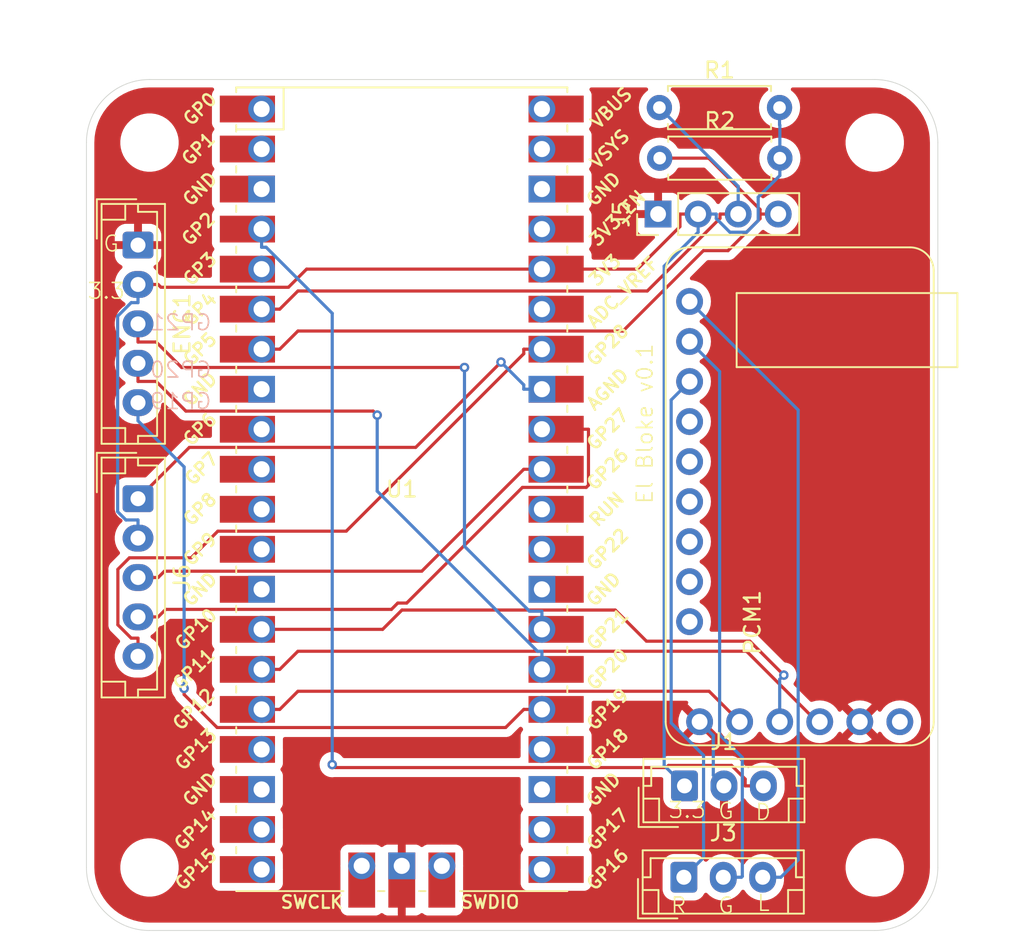
<source format=kicad_pcb>
(kicad_pcb (version 20240108) (generator "pcbnew") (generator_version "8.0")
  (layers (0 "F.Cu" signal) (31 "B.Cu" signal) (34 "B.Paste" user) (35 "F.Paste" user) (36 "B.SilkS" user "B.Silkscreen") (37 "F.SilkS" user "F.Silkscreen") (38 "B.Mask" user) (39 "F.Mask" user) (44 "Edge.Cuts" user))
  (net 0 "")
  (net 1 "+3.3V")
  (net 2 "GNDA")
  (net 3 "A2")
  (net 4 "A0")
  (net 5 "A1")
  (net 8 "PIXEL_PIN")
  (net 9 "OUT_L")
  (net 13 "OUT_GND")
  (net 14 "OUT_R")
  (net 20 "GND")
  (net 21 "TRILL_SCL")
  (net 24 "TRILL_SDA")
  (net 30 "ROT1L")
  (net 31 "ROT2L")
  (net 33 "ROT2R")
  (net 34 "ROT1R")
  (net 35 "ROT2SW")
  (net 36 "ROT1SW")
  (net 39 "PCM_LCK")
  (net 40 "+5V")
  (net 41 "PCM_BCK")
  (net 42 "PCM_DIN")
  (footprint "clumsyMIDI:GY-PCM5102" (layer "F.Cu") (at 145.2404 76.449 90)
    (property "Reference" "PCM1" (at -8 -3 90) (layer "F.SilkS"))
    (property "Value" "GY-PCM5102")
    (fp_line (start 14.3 -8.5) (end -14.3 -8.5) (stroke (width 0.12)) (layer "F.SilkS"))
    (fp_line (start -15.8 -7) (end -15.8 7) (stroke (width 0.12)) (layer "F.SilkS"))
    (fp_line (start 12.9 -4) (end 12.9 10) (stroke (width 0.12)) (layer "F.SilkS"))
    (fp_line (start 8.2 -4) (end 12.9 -4) (stroke (width 0.12)) (layer "F.SilkS"))
    (fp_line (start 15.8 7) (end 15.8 -7) (stroke (width 0.12)) (layer "F.SilkS"))
    (fp_line (start -14.3 8.5) (end 14.3 8.5) (stroke (width 0.12)) (layer "F.SilkS"))
    (fp_line (start 12.9 10) (end 8.2 10) (stroke (width 0.12)) (layer "F.SilkS"))
    (fp_line (start 8.2 10) (end 8.2 -4) (stroke (width 0.12)) (layer "F.SilkS"))
    (fp_arc (start 14.3 -8.5) (mid 15.36066 -8.06066) (end 15.8 -7) (stroke (width 0.12)) (layer "F.SilkS"))
    (fp_arc (start -15.8 -7) (mid -15.36066 -8.06066) (end -14.3 -8.5) (stroke (width 0.12)) (layer "F.SilkS"))
    (fp_arc (start 15.8 7) (mid 15.36066 8.06066) (end 14.3 8.5) (stroke (width 0.12)) (layer "F.SilkS"))
    (fp_arc (start -14.3 8.5) (mid -15.36066 8.06066) (end -15.8 7) (stroke (width 0.12)) (layer "F.SilkS"))
    (pad "1" thru_hole circle (at -14.305 -6.35 90) (size 1.7 1.7) (drill 1) (layers "*.Cu" "*.Mask") (net 20 "GND"))
    (pad "2" thru_hole circle (at -14.305 -3.81 90) (size 1.7 1.7) (drill 1) (layers "*.Cu" "*.Mask") (net 41 "PCM_BCK"))
    (pad "3" thru_hole circle (at -14.305 -1.27 90) (size 1.7 1.7) (drill 1) (layers "*.Cu" "*.Mask") (net 42 "PCM_DIN"))
    (pad "4" thru_hole circle (at -14.305 1.27 90) (size 1.7 1.7) (drill 1) (layers "*.Cu" "*.Mask") (net 39 "PCM_LCK"))
    (pad "5" thru_hole circle (at -14.305 3.81 90) (size 1.7 1.7) (drill 1) (layers "*.Cu" "*.Mask") (net 20 "GND"))
    (pad "6" thru_hole circle (at -14.305 6.35 90) (size 1.7 1.7) (drill 1) (layers "*.Cu" "*.Mask") (net 40 "+5V"))
    (pad "7" thru_hole circle (at 12.365 -6.985 90) (size 1.7 1.7) (drill 1) (layers "*.Cu" "*.Mask") (net 9 "OUT_L"))
    (pad "8" thru_hole circle (at 9.825 -6.985 90) (size 1.7 1.7) (drill 1) (layers "*.Cu" "*.Mask") (net 13 "OUT_GND"))
    (pad "9" thru_hole circle (at 7.285 -6.985 90) (size 1.7 1.7) (drill 1) (layers "*.Cu" "*.Mask") (net 14 "OUT_R"))
    (pad "10" thru_hole circle (at 4.745 -6.985 90) (size 1.7 1.7) (drill 1) (layers "*.Cu" "*.Mask"))
    (pad "11" thru_hole circle (at 2.205 -6.985 90) (size 1.7 1.7) (drill 1) (layers "*.Cu" "*.Mask"))
    (pad "12" thru_hole circle (at -0.335 -6.985 90) (size 1.7 1.7) (drill 1) (layers "*.Cu" "*.Mask"))
    (pad "13" thru_hole circle (at -2.875 -6.985 90) (size 1.7 1.7) (drill 1) (layers "*.Cu" "*.Mask"))
    (pad "14" thru_hole circle (at -5.415 -6.985 90) (size 1.7 1.7) (drill 1) (layers "*.Cu" "*.Mask"))
    (pad "15" thru_hole circle (at -7.955 -6.985 90) (size 1.7 1.7) (drill 1) (layers "*.Cu" "*.Mask"))
  )
  (footprint "Connector_JST:JST_EH_B3B-EH-A_1x03_P2.50mm_Vertical" (layer "F.Cu") (at 137.9327 94.8221)
    (property "Reference" "J1" (at 2.5 -2.8 0) (layer "F.SilkS"))
    (property "Value" "PINHD_1x3_Male")
    (fp_line (start -2.91 0.11) (end -2.91 2.61) (stroke (width 0.12)) (layer "F.SilkS"))
    (fp_line (start -2.91 2.61) (end -0.41 2.61) (stroke (width 0.12)) (layer "F.SilkS"))
    (fp_line (start -2.61 -1.71) (end -2.61 2.31) (stroke (width 0.12)) (layer "F.SilkS"))
    (fp_line (start -2.61 0) (end -2.11 0) (stroke (width 0.12)) (layer "F.SilkS"))
    (fp_line (start -2.61 0.81) (end -1.61 0.81) (stroke (width 0.12)) (layer "F.SilkS"))
    (fp_line (start -2.61 2.31) (end 7.61 2.31) (stroke (width 0.12)) (layer "F.SilkS"))
    (fp_line (start -2.11 -1.21) (end 7.11 -1.21) (stroke (width 0.12)) (layer "F.SilkS"))
    (fp_line (start -2.11 0) (end -2.11 -1.21) (stroke (width 0.12)) (layer "F.SilkS"))
    (fp_line (start -1.61 0.81) (end -1.61 2.31) (stroke (width 0.12)) (layer "F.SilkS"))
    (fp_line (start 6.61 0.81) (end 6.61 2.31) (stroke (width 0.12)) (layer "F.SilkS"))
    (fp_line (start 7.11 -1.21) (end 7.11 0) (stroke (width 0.12)) (layer "F.SilkS"))
    (fp_line (start 7.11 0) (end 7.61 0) (stroke (width 0.12)) (layer "F.SilkS"))
    (fp_line (start 7.61 -1.71) (end -2.61 -1.71) (stroke (width 0.12)) (layer "F.SilkS"))
    (fp_line (start 7.61 0.81) (end 6.61 0.81) (stroke (width 0.12)) (layer "F.SilkS"))
    (fp_line (start 7.61 2.31) (end 7.61 -1.71) (stroke (width 0.12)) (layer "F.SilkS"))
    (pad "1" thru_hole roundrect (at 0 0) (size 1.7 1.95) (drill 0.95) (layers "*.Cu" "*.Mask") (roundrect_rratio 0.147059) (net 1 "+3.3V"))
    (pad "2" thru_hole oval (at 2.5 0) (size 1.7 1.95) (drill 0.95) (layers "*.Cu" "*.Mask") (net 20 "GND"))
    (pad "3" thru_hole oval (at 5 0) (size 1.7 1.95) (drill 0.95) (layers "*.Cu" "*.Mask") (net 8 "PIXEL_PIN"))
  )
  (footprint "Connector_PinHeader_2.54mm:PinHeader_1x04_P2.54mm_Vertical" (layer "F.Cu") (at 136.2578 58.5361 90)
    (property "Reference" "J5" (at 0 -2.33 90) (layer "F.SilkS"))
    (property "Value" "PINHD_1x4_Male")
    (fp_line (start -1.33 -1.33) (end 0 -1.33) (stroke (width 0.12)) (layer "F.SilkS"))
    (fp_line (start -1.33 0) (end -1.33 -1.33) (stroke (width 0.12)) (layer "F.SilkS"))
    (fp_line (start 1.33 1.27) (end 1.33 8.95) (stroke (width 0.12)) (layer "F.SilkS"))
    (fp_line (start -1.33 1.27) (end 1.33 1.27) (stroke (width 0.12)) (layer "F.SilkS"))
    (fp_line (start -1.33 1.27) (end -1.33 8.95) (stroke (width 0.12)) (layer "F.SilkS"))
    (fp_line (start -1.33 8.95) (end 1.33 8.95) (stroke (width 0.12)) (layer "F.SilkS"))
    (pad "1" thru_hole rect (at 0 0 90) (size 1.7 1.7) (drill 1) (layers "*.Cu" "*.Mask") (net 20 "GND"))
    (pad "2" thru_hole oval (at 0 2.54 90) (size 1.7 1.7) (drill 1) (layers "*.Cu" "*.Mask") (net 1 "+3.3V"))
    (pad "3" thru_hole oval (at 0 5.08 90) (size 1.7 1.7) (drill 1) (layers "*.Cu" "*.Mask") (net 24 "TRILL_SDA"))
    (pad "4" thru_hole oval (at 0 7.62 90) (size 1.7 1.7) (drill 1) (layers "*.Cu" "*.Mask") (net 21 "TRILL_SCL"))
  )
  (footprint "Connector_JST:JST_EH_B3B-EH-A_1x03_P2.50mm_Vertical" (layer "F.Cu") (at 137.8922 100.6212)
    (property "Reference" "J3" (at 2.5 -2.8 0) (layer "F.SilkS"))
    (property "Value" "PINHD_1x3_Male")
    (fp_line (start -2.91 0.11) (end -2.91 2.61) (stroke (width 0.12)) (layer "F.SilkS"))
    (fp_line (start -2.91 2.61) (end -0.41 2.61) (stroke (width 0.12)) (layer "F.SilkS"))
    (fp_line (start -2.61 -1.71) (end -2.61 2.31) (stroke (width 0.12)) (layer "F.SilkS"))
    (fp_line (start -2.61 0) (end -2.11 0) (stroke (width 0.12)) (layer "F.SilkS"))
    (fp_line (start -2.61 0.81) (end -1.61 0.81) (stroke (width 0.12)) (layer "F.SilkS"))
    (fp_line (start -2.61 2.31) (end 7.61 2.31) (stroke (width 0.12)) (layer "F.SilkS"))
    (fp_line (start -2.11 -1.21) (end 7.11 -1.21) (stroke (width 0.12)) (layer "F.SilkS"))
    (fp_line (start -2.11 0) (end -2.11 -1.21) (stroke (width 0.12)) (layer "F.SilkS"))
    (fp_line (start -1.61 0.81) (end -1.61 2.31) (stroke (width 0.12)) (layer "F.SilkS"))
    (fp_line (start 6.61 0.81) (end 6.61 2.31) (stroke (width 0.12)) (layer "F.SilkS"))
    (fp_line (start 7.11 -1.21) (end 7.11 0) (stroke (width 0.12)) (layer "F.SilkS"))
    (fp_line (start 7.11 0) (end 7.61 0) (stroke (width 0.12)) (layer "F.SilkS"))
    (fp_line (start 7.61 -1.71) (end -2.61 -1.71) (stroke (width 0.12)) (layer "F.SilkS"))
    (fp_line (start 7.61 0.81) (end 6.61 0.81) (stroke (width 0.12)) (layer "F.SilkS"))
    (fp_line (start 7.61 2.31) (end 7.61 -1.71) (stroke (width 0.12)) (layer "F.SilkS"))
    (pad "1" thru_hole roundrect (at 0 0) (size 1.7 1.95) (drill 0.95) (layers "*.Cu" "*.Mask") (roundrect_rratio 0.147059) (net 14 "OUT_R"))
    (pad "2" thru_hole oval (at 2.5 0) (size 1.7 1.95) (drill 0.95) (layers "*.Cu" "*.Mask") (net 13 "OUT_GND"))
    (pad "3" thru_hole oval (at 5 0) (size 1.7 1.95) (drill 0.95) (layers "*.Cu" "*.Mask") (net 9 "OUT_L"))
  )
  (footprint "Connector_JST:JST_EH_B5B-EH-A_1x05_P2.50mm_Vertical" (layer "F.Cu") (at 103.2712 60.5045 -90)
    (property "Reference" "ENC1" (at 5 -2.8 90) (layer "F.SilkS"))
    (property "Value" "Conn_01x05_Pin")
    (fp_line (start -2.91 2.61) (end -0.41 2.61) (stroke (width 0.12)) (layer "F.SilkS"))
    (fp_line (start -2.61 2.31) (end 12.61 2.31) (stroke (width 0.12)) (layer "F.SilkS"))
    (fp_line (start 12.61 2.31) (end 12.61 -1.71) (stroke (width 0.12)) (layer "F.SilkS"))
    (fp_line (start -2.61 0.81) (end -1.61 0.81) (stroke (width 0.12)) (layer "F.SilkS"))
    (fp_line (start -1.61 0.81) (end -1.61 2.31) (stroke (width 0.12)) (layer "F.SilkS"))
    (fp_line (start 11.61 0.81) (end 11.61 2.31) (stroke (width 0.12)) (layer "F.SilkS"))
    (fp_line (start 12.61 0.81) (end 11.61 0.81) (stroke (width 0.12)) (layer "F.SilkS"))
    (fp_line (start -2.91 0.11) (end -2.91 2.61) (stroke (width 0.12)) (layer "F.SilkS"))
    (fp_line (start -2.61 0) (end -2.11 0) (stroke (width 0.12)) (layer "F.SilkS"))
    (fp_line (start -2.11 0) (end -2.11 -1.21) (stroke (width 0.12)) (layer "F.SilkS"))
    (fp_line (start 12.11 0) (end 12.61 0) (stroke (width 0.12)) (layer "F.SilkS"))
    (fp_line (start -2.11 -1.21) (end 12.11 -1.21) (stroke (width 0.12)) (layer "F.SilkS"))
    (fp_line (start 12.11 -1.21) (end 12.11 0) (stroke (width 0.12)) (layer "F.SilkS"))
    (fp_line (start -2.61 -1.71) (end -2.61 2.31) (stroke (width 0.12)) (layer "F.SilkS"))
    (fp_line (start 12.61 -1.71) (end -2.61 -1.71) (stroke (width 0.12)) (layer "F.SilkS"))
    (pad "1" thru_hole roundrect (at 0 0 270) (size 1.7 1.95) (drill 0.95) (layers "*.Cu" "*.Mask") (roundrect_rratio 0.147059) (net 20 "GND"))
    (pad "2" thru_hole oval (at 2.5 0 270) (size 1.7 1.95) (drill 0.95) (layers "*.Cu" "*.Mask") (net 1 "+3.3V"))
    (pad "3" thru_hole oval (at 5 0 270) (size 1.7 1.95) (drill 0.95) (layers "*.Cu" "*.Mask") (net 30 "ROT1L"))
    (pad "4" thru_hole oval (at 7.5 0 270) (size 1.7 1.95) (drill 0.95) (layers "*.Cu" "*.Mask") (net 34 "ROT1R"))
    (pad "5" thru_hole oval (at 10 0 270) (size 1.7 1.95) (drill 0.95) (layers "*.Cu" "*.Mask") (net 36 "ROT1SW"))
  )
  (footprint "RP-Pico Libraries:RPi_Pico_SMD_TH" (layer "F.Cu") (at 120 76)
    (property "Reference" "U1" (at 0 0 0) (layer "F.SilkS"))
    (property "Value" "Pico")
    (fp_line (start -10.5 -25.5) (end -10.5 -25.2) (stroke (width 0.12)) (layer "F.SilkS"))
    (fp_line (start -10.5 -25.5) (end 10.5 -25.5) (stroke (width 0.12)) (layer "F.SilkS"))
    (fp_line (start -10.5 -23.1) (end -10.5 -22.7) (stroke (width 0.12)) (layer "F.SilkS"))
    (fp_line (start -10.5 -22.833) (end -7.493 -22.833) (stroke (width 0.12)) (layer "F.SilkS"))
    (fp_line (start -10.5 -20.5) (end -10.5 -20.1) (stroke (width 0.12)) (layer "F.SilkS"))
    (fp_line (start -10.5 -18) (end -10.5 -17.6) (stroke (width 0.12)) (layer "F.SilkS"))
    (fp_line (start -10.5 -15.4) (end -10.5 -15) (stroke (width 0.12)) (layer "F.SilkS"))
    (fp_line (start -10.5 -12.9) (end -10.5 -12.5) (stroke (width 0.12)) (layer "F.SilkS"))
    (fp_line (start -10.5 -10.4) (end -10.5 -10) (stroke (width 0.12)) (layer "F.SilkS"))
    (fp_line (start -10.5 -7.8) (end -10.5 -7.4) (stroke (width 0.12)) (layer "F.SilkS"))
    (fp_line (start -10.5 -5.3) (end -10.5 -4.9) (stroke (width 0.12)) (layer "F.SilkS"))
    (fp_line (start -10.5 -2.7) (end -10.5 -2.3) (stroke (width 0.12)) (layer "F.SilkS"))
    (fp_line (start -10.5 -0.2) (end -10.5 0.2) (stroke (width 0.12)) (layer "F.SilkS"))
    (fp_line (start -10.5 2.3) (end -10.5 2.7) (stroke (width 0.12)) (layer "F.SilkS"))
    (fp_line (start -10.5 4.9) (end -10.5 5.3) (stroke (width 0.12)) (layer "F.SilkS"))
    (fp_line (start -10.5 7.4) (end -10.5 7.8) (stroke (width 0.12)) (layer "F.SilkS"))
    (fp_line (start -10.5 10) (end -10.5 10.4) (stroke (width 0.12)) (layer "F.SilkS"))
    (fp_line (start -10.5 12.5) (end -10.5 12.9) (stroke (width 0.12)) (layer "F.SilkS"))
    (fp_line (start -10.5 15.1) (end -10.5 15.5) (stroke (width 0.12)) (layer "F.SilkS"))
    (fp_line (start -10.5 17.6) (end -10.5 18) (stroke (width 0.12)) (layer "F.SilkS"))
    (fp_line (start -10.5 20.1) (end -10.5 20.5) (stroke (width 0.12)) (layer "F.SilkS"))
    (fp_line (start -10.5 22.7) (end -10.5 23.1) (stroke (width 0.12)) (layer "F.SilkS"))
    (fp_line (start -7.493 -22.833) (end -7.493 -25.5) (stroke (width 0.12)) (layer "F.SilkS"))
    (fp_line (start -3.7 25.5) (end -10.5 25.5) (stroke (width 0.12)) (layer "F.SilkS"))
    (fp_line (start -1.5 25.5) (end -1.1 25.5) (stroke (width 0.12)) (layer "F.SilkS"))
    (fp_line (start 1.1 25.5) (end 1.5 25.5) (stroke (width 0.12)) (layer "F.SilkS"))
    (fp_line (start 10.5 -25.5) (end 10.5 -25.2) (stroke (width 0.12)) (layer "F.SilkS"))
    (fp_line (start 10.5 -23.1) (end 10.5 -22.7) (stroke (width 0.12)) (layer "F.SilkS"))
    (fp_line (start 10.5 -20.5) (end 10.5 -20.1) (stroke (width 0.12)) (layer "F.SilkS"))
    (fp_line (start 10.5 -18) (end 10.5 -17.6) (stroke (width 0.12)) (layer "F.SilkS"))
    (fp_line (start 10.5 -15.4) (end 10.5 -15) (stroke (width 0.12)) (layer "F.SilkS"))
    (fp_line (start 10.5 -12.9) (end 10.5 -12.5) (stroke (width 0.12)) (layer "F.SilkS"))
    (fp_line (start 10.5 -10.4) (end 10.5 -10) (stroke (width 0.12)) (layer "F.SilkS"))
    (fp_line (start 10.5 -7.8) (end 10.5 -7.4) (stroke (width 0.12)) (layer "F.SilkS"))
    (fp_line (start 10.5 -5.3) (end 10.5 -4.9) (stroke (width 0.12)) (layer "F.SilkS"))
    (fp_line (start 10.5 -2.7) (end 10.5 -2.3) (stroke (width 0.12)) (layer "F.SilkS"))
    (fp_line (start 10.5 -0.2) (end 10.5 0.2) (stroke (width 0.12)) (layer "F.SilkS"))
    (fp_line (start 10.5 2.3) (end 10.5 2.7) (stroke (width 0.12)) (layer "F.SilkS"))
    (fp_line (start 10.5 4.9) (end 10.5 5.3) (stroke (width 0.12)) (layer "F.SilkS"))
    (fp_line (start 10.5 7.4) (end 10.5 7.8) (stroke (width 0.12)) (layer "F.SilkS"))
    (fp_line (start 10.5 10) (end 10.5 10.4) (stroke (width 0.12)) (layer "F.SilkS"))
    (fp_line (start 10.5 12.5) (end 10.5 12.9) (stroke (width 0.12)) (layer "F.SilkS"))
    (fp_line (start 10.5 15.1) (end 10.5 15.5) (stroke (width 0.12)) (layer "F.SilkS"))
    (fp_line (start 10.5 17.6) (end 10.5 18) (stroke (width 0.12)) (layer "F.SilkS"))
    (fp_line (start 10.5 20.1) (end 10.5 20.5) (stroke (width 0.12)) (layer "F.SilkS"))
    (fp_line (start 10.5 22.7) (end 10.5 23.1) (stroke (width 0.12)) (layer "F.SilkS"))
    (fp_line (start 10.5 25.5) (end 3.7 25.5) (stroke (width 0.12)) (layer "F.SilkS"))
    (fp_text user "GP10" (at -13.054 8.89 45) (layer "F.SilkS") (effects (font (size 0.8 0.8))))
    (fp_text user "GP12" (at -13.2 13.97 45) (layer "F.SilkS") (effects (font (size 0.8 0.8))))
    (fp_text user "GND" (at 12.8 6.35 45) (layer "F.SilkS") (effects (font (size 0.8 0.8))))
    (fp_text user "GND" (at -12.8 -19.05 45) (layer "F.SilkS") (effects (font (size 0.8 0.8))))
    (fp_text user "GP20" (at 13.054 11.43 45) (layer "F.SilkS") (effects (font (size 0.8 0.8))))
    (fp_text user "VBUS" (at 13.3 -24.2 45) (layer "F.SilkS") (effects (font (size 0.8 0.8))))
    (fp_text user "GP7" (at -12.7 -1.3 45) (layer "F.SilkS") (effects (font (size 0.8 0.8))))
    (fp_text user "GP8" (at -12.8 1.27 45) (layer "F.SilkS") (effects (font (size 0.8 0.8))))
    (fp_text user "GP16" (at 13.054 24.13 45) (layer "F.SilkS") (effects (font (size 0.8 0.8))))
    (fp_text user "GP6" (at -12.8 -3.81 45) (layer "F.SilkS") (effects (font (size 0.8 0.8))))
    (fp_text user "SWCLK" (at -5.7 26.2 0) (layer "F.SilkS") (effects (font (size 0.8 0.8))))
    (fp_text user "GP9" (at -12.8 3.81 45) (layer "F.SilkS") (effects (font (size 0.8 0.8))))
    (fp_text user "GP26" (at 13.054 -1.27 45) (layer "F.SilkS") (effects (font (size 0.8 0.8))))
    (fp_text user "SWDIO" (at 5.6 26.2 0) (layer "F.SilkS") (effects (font (size 0.8 0.8))))
    (fp_text user "RUN" (at 13 1.27 45) (layer "F.SilkS") (effects (font (size 0.8 0.8))))
    (fp_text user "GP19" (at 13.054 13.97 45) (layer "F.SilkS") (effects (font (size 0.8 0.8))))
    (fp_text user "GP18" (at 13.054 16.51 45) (layer "F.SilkS") (effects (font (size 0.8 0.8))))
    (fp_text user "GND" (at -12.8 6.35 45) (layer "F.SilkS") (effects (font (size 0.8 0.8))))
    (fp_text user "GP27" (at 13.054 -3.8 45) (layer "F.SilkS") (effects (font (size 0.8 0.8))))
    (fp_text user "GND" (at 12.8 19.05 45) (layer "F.SilkS") (effects (font (size 0.8 0.8))))
    (fp_text user "AGND" (at 13.054 -6.35 45) (layer "F.SilkS") (effects (font (size 0.8 0.8))))
    (fp_text user "GP14" (at -13.1 21.59 45) (layer "F.SilkS") (effects (font (size 0.8 0.8))))
    (fp_text user "GP3" (at -12.8 -13.97 45) (layer "F.SilkS") (effects (font (size 0.8 0.8))))
    (fp_text user "GP0" (at -12.8 -24.13 45) (layer "F.SilkS") (effects (font (size 0.8 0.8))))
    (fp_text user "3V3" (at 12.9 -13.9 45) (layer "F.SilkS") (effects (font (size 0.8 0.8))))
    (fp_text user "GND" (at 12.8 -19.05 45) (layer "F.SilkS") (effects (font (size 0.8 0.8))))
    (fp_text user "GP4" (at -12.8 -11.43 45) (layer "F.SilkS") (effects (font (size 0.8 0.8))))
    (fp_text user "ADC_VREF" (at 14 -12.5 45) (layer "F.SilkS") (effects (font (size 0.8 0.8))))
    (fp_text user "GP21" (at 13.054 8.9 45) (layer "F.SilkS") (effects (font (size 0.8 0.8))))
    (fp_text user "GND" (at -12.8 19.05 45) (layer "F.SilkS") (effects (font (size 0.8 0.8))))
    (fp_text user "3V3_EN" (at 13.7 -17.2 45) (layer "F.SilkS") (effects (font (size 0.8 0.8))))
    (fp_text user "GP5" (at -12.8 -8.89 45) (layer "F.SilkS") (effects (font (size 0.8 0.8))))
    (fp_text user "GND" (at -12.8 -6.35 45) (layer "F.SilkS") (effects (font (size 0.8 0.8))))
    (fp_text user "GP28" (at 13.054 -9.144 45) (layer "F.SilkS") (effects (font (size 0.8 0.8))))
    (fp_text user "GP1" (at -12.9 -21.6 45) (layer "F.SilkS") (effects (font (size 0.8 0.8))))
    (fp_text user "GP15" (at -13.054 24.13 45) (layer "F.SilkS") (effects (font (size 0.8 0.8))))
    (fp_text user "GP17" (at 13.054 21.59 45) (layer "F.SilkS") (effects (font (size 0.8 0.8))))
    (fp_text user "GP11" (at -13.2 11.43 45) (layer "F.SilkS") (effects (font (size 0.8 0.8))))
    (fp_text user "GP13" (at -13.054 16.51 45) (layer "F.SilkS") (effects (font (size 0.8 0.8))))
    (fp_text user "VSYS" (at 13.2 -21.59 45) (layer "F.SilkS") (effects (font (size 0.8 0.8))))
    (fp_text user "GP2" (at -12.9 -16.51 45) (layer "F.SilkS") (effects (font (size 0.8 0.8))))
    (fp_text user "GP22" (at 13.054 3.81 45) (layer "F.SilkS") (effects (font (size 0.8 0.8))))
    (pad "" np_thru_hole oval (at -2.725 -24) (size 1.8 1.8) (drill 1.8) (layers "*.Cu" "*.Mask"))
    (pad "" np_thru_hole oval (at -2.425 -20.97) (size 1.5 1.5) (drill 1.5) (layers "*.Cu" "*.Mask"))
    (pad "" np_thru_hole oval (at 2.425 -20.97) (size 1.5 1.5) (drill 1.5) (layers "*.Cu" "*.Mask"))
    (pad "" np_thru_hole oval (at 2.725 -24) (size 1.8 1.8) (drill 1.8) (layers "*.Cu" "*.Mask"))
    (pad "1" thru_hole oval (at -8.89 -24.13) (size 1.7 1.7) (drill 1.02) (layers "*.Cu" "*.Mask"))
    (pad "1" smd rect (at -8.89 -24.13) (size 3.5 1.7) (drill (offset -0.9 0)) (layers "F.Cu" "F.Mask"))
    (pad "2" thru_hole oval (at -8.89 -21.59) (size 1.7 1.7) (drill 1.02) (layers "*.Cu" "*.Mask"))
    (pad "2" smd rect (at -8.89 -21.59) (size 3.5 1.7) (drill (offset -0.9 0)) (layers "F.Cu" "F.Mask"))
    (pad "3" thru_hole rect (at -8.89 -19.05) (size 1.7 1.7) (drill 1.02) (layers "*.Cu" "*.Mask"))
    (pad "3" smd rect (at -8.89 -19.05) (size 3.5 1.7) (drill (offset -0.9 0)) (layers "F.Cu" "F.Mask"))
    (pad "4" thru_hole oval (at -8.89 -16.51) (size 1.7 1.7) (drill 1.02) (layers "*.Cu" "*.Mask") (net 8 "PIXEL_PIN"))
    (pad "4" smd rect (at -8.89 -16.51) (size 3.5 1.7) (drill (offset -0.9 0)) (layers "F.Cu" "F.Mask") (net 8 "PIXEL_PIN"))
    (pad "5" thru_hole oval (at -8.89 -13.97) (size 1.7 1.7) (drill 1.02) (layers "*.Cu" "*.Mask"))
    (pad "5" smd rect (at -8.89 -13.97) (size 3.5 1.7) (drill (offset -0.9 0)) (layers "F.Cu" "F.Mask"))
    (pad "6" thru_hole oval (at -8.89 -11.43) (size 1.7 1.7) (drill 1.02) (layers "*.Cu" "*.Mask") (net 24 "TRILL_SDA"))
    (pad "6" smd rect (at -8.89 -11.43) (size 3.5 1.7) (drill (offset -0.9 0)) (layers "F.Cu" "F.Mask") (net 24 "TRILL_SDA"))
    (pad "7" thru_hole oval (at -8.89 -8.89) (size 1.7 1.7) (drill 1.02) (layers "*.Cu" "*.Mask") (net 21 "TRILL_SCL"))
    (pad "7" smd rect (at -8.89 -8.89) (size 3.5 1.7) (drill (offset -0.9 0)) (layers "F.Cu" "F.Mask") (net 21 "TRILL_SCL"))
    (pad "8" thru_hole rect (at -8.89 -6.35) (size 1.7 1.7) (drill 1.02) (layers "*.Cu" "*.Mask"))
    (pad "8" smd rect (at -8.89 -6.35) (size 3.5 1.7) (drill (offset -0.9 0)) (layers "F.Cu" "F.Mask"))
    (pad "9" thru_hole oval (at -8.89 -3.81) (size 1.7 1.7) (drill 1.02) (layers "*.Cu" "*.Mask"))
    (pad "9" smd rect (at -8.89 -3.81) (size 3.5 1.7) (drill (offset -0.9 0)) (layers "F.Cu" "F.Mask"))
    (pad "10" thru_hole oval (at -8.89 -1.27) (size 1.7 1.7) (drill 1.02) (layers "*.Cu" "*.Mask"))
    (pad "10" smd rect (at -8.89 -1.27) (size 3.5 1.7) (drill (offset -0.9 0)) (layers "F.Cu" "F.Mask"))
    (pad "11" thru_hole oval (at -8.89 1.27) (size 1.7 1.7) (drill 1.02) (layers "*.Cu" "*.Mask"))
    (pad "11" smd rect (at -8.89 1.27) (size 3.5 1.7) (drill (offset -0.9 0)) (layers "F.Cu" "F.Mask"))
    (pad "12" thru_hole oval (at -8.89 3.81) (size 1.7 1.7) (drill 1.02) (layers "*.Cu" "*.Mask"))
    (pad "12" smd rect (at -8.89 3.81) (size 3.5 1.7) (drill (offset -0.9 0)) (layers "F.Cu" "F.Mask"))
    (pad "13" thru_hole rect (at -8.89 6.35) (size 1.7 1.7) (drill 1.02) (layers "*.Cu" "*.Mask"))
    (pad "13" smd rect (at -8.89 6.35) (size 3.5 1.7) (drill (offset -0.9 0)) (layers "F.Cu" "F.Mask"))
    (pad "14" thru_hole oval (at -8.89 8.89) (size 1.7 1.7) (drill 1.02) (layers "*.Cu" "*.Mask") (net 42 "PCM_DIN"))
    (pad "14" smd rect (at -8.89 8.89) (size 3.5 1.7) (drill (offset -0.9 0)) (layers "F.Cu" "F.Mask") (net 42 "PCM_DIN"))
    (pad "15" thru_hole oval (at -8.89 11.43) (size 1.7 1.7) (drill 1.02) (layers "*.Cu" "*.Mask") (net 39 "PCM_LCK"))
    (pad "15" smd rect (at -8.89 11.43) (size 3.5 1.7) (drill (offset -0.9 0)) (layers "F.Cu" "F.Mask") (net 39 "PCM_LCK"))
    (pad "16" thru_hole oval (at -8.89 13.97) (size 1.7 1.7) (drill 1.02) (layers "*.Cu" "*.Mask") (net 41 "PCM_BCK"))
    (pad "16" smd rect (at -8.89 13.97) (size 3.5 1.7) (drill (offset -0.9 0)) (layers "F.Cu" "F.Mask") (net 41 "PCM_BCK"))
    (pad "17" thru_hole oval (at -8.89 16.51) (size 1.7 1.7) (drill 1.02) (layers "*.Cu" "*.Mask"))
    (pad "17" smd rect (at -8.89 16.51) (size 3.5 1.7) (drill (offset -0.9 0)) (layers "F.Cu" "F.Mask"))
    (pad "18" thru_hole rect (at -8.89 19.05) (size 1.7 1.7) (drill 1.02) (layers "*.Cu" "*.Mask"))
    (pad "18" smd rect (at -8.89 19.05) (size 3.5 1.7) (drill (offset -0.9 0)) (layers "F.Cu" "F.Mask"))
    (pad "19" thru_hole oval (at -8.89 21.59) (size 1.7 1.7) (drill 1.02) (layers "*.Cu" "*.Mask"))
    (pad "19" smd rect (at -8.89 21.59) (size 3.5 1.7) (drill (offset -0.9 0)) (layers "F.Cu" "F.Mask"))
    (pad "20" thru_hole oval (at -8.89 24.13) (size 1.7 1.7) (drill 1.02) (layers "*.Cu" "*.Mask"))
    (pad "20" smd rect (at -8.89 24.13) (size 3.5 1.7) (drill (offset -0.9 0)) (layers "F.Cu" "F.Mask"))
    (pad "21" thru_hole oval (at 8.89 24.13) (size 1.7 1.7) (drill 1.02) (layers "*.Cu" "*.Mask") (net 35 "ROT2SW"))
    (pad "21" smd rect (at 8.89 24.13) (size 3.5 1.7) (drill (offset 0.9 0)) (layers "F.Cu" "F.Mask") (net 35 "ROT2SW"))
    (pad "22" thru_hole oval (at 8.89 21.59) (size 1.7 1.7) (drill 1.02) (layers "*.Cu" "*.Mask") (net 33 "ROT2R"))
    (pad "22" smd rect (at 8.89 21.59) (size 3.5 1.7) (drill (offset 0.9 0)) (layers "F.Cu" "F.Mask") (net 33 "ROT2R"))
    (pad "23" thru_hole rect (at 8.89 19.05) (size 1.7 1.7) (drill 1.02) (layers "*.Cu" "*.Mask"))
    (pad "23" smd rect (at 8.89 19.05) (size 3.5 1.7) (drill (offset 0.9 0)) (layers "F.Cu" "F.Mask"))
    (pad "24" thru_hole oval (at 8.89 16.51) (size 1.7 1.7) (drill 1.02) (layers "*.Cu" "*.Mask") (net 31 "ROT2L"))
    (pad "24" smd rect (at 8.89 16.51) (size 3.5 1.7) (drill (offset 0.9 0)) (layers "F.Cu" "F.Mask") (net 31 "ROT2L"))
    (pad "25" thru_hole oval (at 8.89 13.97) (size 1.7 1.7) (drill 1.02) (layers "*.Cu" "*.Mask") (net 36 "ROT1SW"))
    (pad "25" smd rect (at 8.89 13.97) (size 3.5 1.7) (drill (offset 0.9 0)) (layers "F.Cu" "F.Mask") (net 36 "ROT1SW"))
    (pad "26" thru_hole oval (at 8.89 11.43) (size 1.7 1.7) (drill 1.02) (layers "*.Cu" "*.Mask") (net 34 "ROT1R"))
    (pad "26" smd rect (at 8.89 11.43) (size 3.5 1.7) (drill (offset 0.9 0)) (layers "F.Cu" "F.Mask") (net 34 "ROT1R"))
    (pad "27" thru_hole oval (at 8.89 8.89) (size 1.7 1.7) (drill 1.02) (layers "*.Cu" "*.Mask") (net 30 "ROT1L"))
    (pad "27" smd rect (at 8.89 8.89) (size 3.5 1.7) (drill (offset 0.9 0)) (layers "F.Cu" "F.Mask") (net 30 "ROT1L"))
    (pad "28" thru_hole rect (at 8.89 6.35) (size 1.7 1.7) (drill 1.02) (layers "*.Cu" "*.Mask"))
    (pad "28" smd rect (at 8.89 6.35) (size 3.5 1.7) (drill (offset 0.9 0)) (layers "F.Cu" "F.Mask"))
    (pad "29" thru_hole oval (at 8.89 3.81) (size 1.7 1.7) (drill 1.02) (layers "*.Cu" "*.Mask"))
    (pad "29" smd rect (at 8.89 3.81) (size 3.5 1.7) (drill (offset 0.9 0)) (layers "F.Cu" "F.Mask"))
    (pad "30" thru_hole oval (at 8.89 1.27) (size 1.7 1.7) (drill 1.02) (layers "*.Cu" "*.Mask"))
    (pad "30" smd rect (at 8.89 1.27) (size 3.5 1.7) (drill (offset 0.9 0)) (layers "F.Cu" "F.Mask"))
    (pad "31" thru_hole oval (at 8.89 -1.27) (size 1.7 1.7) (drill 1.02) (layers "*.Cu" "*.Mask") (net 4 "A0"))
    (pad "31" smd rect (at 8.89 -1.27) (size 3.5 1.7) (drill (offset 0.9 0)) (layers "F.Cu" "F.Mask") (net 4 "A0"))
    (pad "32" thru_hole oval (at 8.89 -3.81) (size 1.7 1.7) (drill 1.02) (layers "*.Cu" "*.Mask") (net 5 "A1"))
    (pad "32" smd rect (at 8.89 -3.81) (size 3.5 1.7) (drill (offset 0.9 0)) (layers "F.Cu" "F.Mask") (net 5 "A1"))
    (pad "33" thru_hole rect (at 8.89 -6.35) (size 1.7 1.7) (drill 1.02) (layers "*.Cu" "*.Mask") (net 2 "GNDA"))
    (pad "33" smd rect (at 8.89 -6.35) (size 3.5 1.7) (drill (offset 0.9 0)) (layers "F.Cu" "F.Mask") (net 2 "GNDA"))
    (pad "34" thru_hole oval (at 8.89 -8.89) (size 1.7 1.7) (drill 1.02) (layers "*.Cu" "*.Mask") (net 3 "A2"))
    (pad "34" smd rect (at 8.89 -8.89) (size 3.5 1.7) (drill (offset 0.9 0)) (layers "F.Cu" "F.Mask") (net 3 "A2"))
    (pad "35" thru_hole oval (at 8.89 -11.43) (size 1.7 1.7) (drill 1.02) (layers "*.Cu" "*.Mask"))
    (pad "35" smd rect (at 8.89 -11.43) (size 3.5 1.7) (drill (offset 0.9 0)) (layers "F.Cu" "F.Mask"))
    (pad "36" thru_hole oval (at 8.89 -13.97) (size 1.7 1.7) (drill 1.02) (layers "*.Cu" "*.Mask") (net 1 "+3.3V"))
    (pad "36" smd rect (at 8.89 -13.97) (size 3.5 1.7) (drill (offset 0.9 0)) (layers "F.Cu" "F.Mask") (net 1 "+3.3V"))
    (pad "37" thru_hole oval (at 8.89 -16.51) (size 1.7 1.7) (drill 1.02) (layers "*.Cu" "*.Mask"))
    (pad "37" smd rect (at 8.89 -16.51) (size 3.5 1.7) (drill (offset 0.9 0)) (layers "F.Cu" "F.Mask"))
    (pad "38" thru_hole rect (at 8.89 -19.05) (size 1.7 1.7) (drill 1.02) (layers "*.Cu" "*.Mask"))
    (pad "38" smd rect (at 8.89 -19.05) (size 3.5 1.7) (drill (offset 0.9 0)) (layers "F.Cu" "F.Mask"))
    (pad "39" thru_hole oval (at 8.89 -21.59) (size 1.7 1.7) (drill 1.02) (layers "*.Cu" "*.Mask"))
    (pad "39" smd rect (at 8.89 -21.59) (size 3.5 1.7) (drill (offset 0.9 0)) (layers "F.Cu" "F.Mask"))
    (pad "40" thru_hole oval (at 8.89 -24.13) (size 1.7 1.7) (drill 1.02) (layers "*.Cu" "*.Mask"))
    (pad "40" smd rect (at 8.89 -24.13) (size 3.5 1.7) (drill (offset 0.9 0)) (layers "F.Cu" "F.Mask"))
    (pad "41" thru_hole oval (at -2.54 23.9) (size 1.7 1.7) (drill 1.02) (layers "*.Cu" "*.Mask"))
    (pad "41" smd rect (at -2.54 23.9 90) (size 3.5 1.7) (drill (offset -0.9 0)) (layers "F.Cu" "F.Mask"))
    (pad "42" thru_hole rect (at 0 23.9) (size 1.7 1.7) (drill 1.02) (layers "*.Cu" "*.Mask") (net 20 "GND"))
    (pad "42" smd rect (at 0 23.9 90) (size 3.5 1.7) (drill (offset -0.9 0)) (layers "F.Cu" "F.Mask") (net 20 "GND"))
    (pad "43" thru_hole oval (at 2.54 23.9) (size 1.7 1.7) (drill 1.02) (layers "*.Cu" "*.Mask"))
    (pad "43" smd rect (at 2.54 23.9 90) (size 3.5 1.7) (drill (offset -0.9 0)) (layers "F.Cu" "F.Mask"))
  )
  (footprint "MountingHole:MountingHole_3.2mm_M3" (layer "F.Cu") (at 104 100)
    (property "Reference" "M3" (hide yes))
    (property "Value" "MountingHole_3.2mm_M3")
    (pad "" np_thru_hole circle (at 0 0) (size 3.2 3.2) (drill 3.2) (layers "*.Cu" "*.Mask"))
  )
  (footprint "MountingHole:MountingHole_3.2mm_M3" (layer "F.Cu") (at 104 54)
    (property "Reference" "M1" (hide yes))
    (property "Value" "MountingHole_3.2mm_M3")
    (pad "" np_thru_hole circle (at 0 0) (size 3.2 3.2) (drill 3.2) (layers "*.Cu" "*.Mask"))
  )
  (footprint "MountingHole:MountingHole_3.2mm_M3" (layer "F.Cu") (at 150 54)
    (property "Reference" "M2" (hide yes))
    (property "Value" "MountingHole_3.2mm_M3")
    (pad "" np_thru_hole circle (at 0 0) (size 3.2 3.2) (drill 3.2) (layers "*.Cu" "*.Mask"))
  )
  (footprint "Resistor_THT:R_Axial_DIN0207_L6.3mm_D2.5mm_P7.62mm_Horizontal" (layer "F.Cu") (at 136.3404 51.7772)
    (property "Reference" "R1" (at 3.81 -2.37 0) (layer "F.SilkS"))
    (property "Value" "R4.7")
    (fp_line (start 0.54 -1.37) (end 7.08 -1.37) (stroke (width 0.12)) (layer "F.SilkS"))
    (fp_line (start 0.54 -1.04) (end 0.54 -1.37) (stroke (width 0.12)) (layer "F.SilkS"))
    (fp_line (start 0.54 1.04) (end 0.54 1.37) (stroke (width 0.12)) (layer "F.SilkS"))
    (fp_line (start 0.54 1.37) (end 7.08 1.37) (stroke (width 0.12)) (layer "F.SilkS"))
    (fp_line (start 7.08 -1.37) (end 7.08 -1.04) (stroke (width 0.12)) (layer "F.SilkS"))
    (fp_line (start 7.08 1.37) (end 7.08 1.04) (stroke (width 0.12)) (layer "F.SilkS"))
    (pad "1" thru_hole circle (at 0 0) (size 1.6 1.6) (drill 0.8) (layers "*.Cu" "*.Mask") (net 24 "TRILL_SDA"))
    (pad "2" thru_hole oval (at 7.62 0) (size 1.6 1.6) (drill 0.8) (layers "*.Cu" "*.Mask") (net 1 "+3.3V"))
  )
  (footprint "Resistor_THT:R_Axial_DIN0207_L6.3mm_D2.5mm_P7.62mm_Horizontal" (layer "F.Cu") (at 136.3605 54.9877)
    (property "Reference" "R2" (at 3.81 -2.37 0) (layer "F.SilkS"))
    (property "Value" "R4.7")
    (fp_line (start 0.54 -1.37) (end 7.08 -1.37) (stroke (width 0.12)) (layer "F.SilkS"))
    (fp_line (start 0.54 -1.04) (end 0.54 -1.37) (stroke (width 0.12)) (layer "F.SilkS"))
    (fp_line (start 0.54 1.04) (end 0.54 1.37) (stroke (width 0.12)) (layer "F.SilkS"))
    (fp_line (start 0.54 1.37) (end 7.08 1.37) (stroke (width 0.12)) (layer "F.SilkS"))
    (fp_line (start 7.08 -1.37) (end 7.08 -1.04) (stroke (width 0.12)) (layer "F.SilkS"))
    (fp_line (start 7.08 1.37) (end 7.08 1.04) (stroke (width 0.12)) (layer "F.SilkS"))
    (pad "1" thru_hole circle (at 0 0) (size 1.6 1.6) (drill 0.8) (layers "*.Cu" "*.Mask") (net 21 "TRILL_SCL"))
    (pad "2" thru_hole oval (at 7.62 0) (size 1.6 1.6) (drill 0.8) (layers "*.Cu" "*.Mask") (net 1 "+3.3V"))
  )
  (footprint "MountingHole:MountingHole_3.2mm_M3" (layer "F.Cu") (at 150 100)
    (property "Reference" "M4" (hide yes))
    (property "Value" "MountingHole_3.2mm_M3")
    (pad "" np_thru_hole circle (at 0 0) (size 3.2 3.2) (drill 3.2) (layers "*.Cu" "*.Mask"))
  )
  (footprint "Connector_JST:JST_EH_B5B-EH-A_1x05_P2.50mm_Vertical" (layer "F.Cu") (at 103.2712 76.5999 -90)
    (property "Reference" "J6" (at 5 -2.8 90) (layer "F.SilkS"))
    (property "Value" "PINHD_1x5_Male")
    (fp_line (start -2.91 2.61) (end -0.41 2.61) (stroke (width 0.12)) (layer "F.SilkS"))
    (fp_line (start -2.61 2.31) (end 12.61 2.31) (stroke (width 0.12)) (layer "F.SilkS"))
    (fp_line (start 12.61 2.31) (end 12.61 -1.71) (stroke (width 0.12)) (layer "F.SilkS"))
    (fp_line (start -2.61 0.81) (end -1.61 0.81) (stroke (width 0.12)) (layer "F.SilkS"))
    (fp_line (start -1.61 0.81) (end -1.61 2.31) (stroke (width 0.12)) (layer "F.SilkS"))
    (fp_line (start 11.61 0.81) (end 11.61 2.31) (stroke (width 0.12)) (layer "F.SilkS"))
    (fp_line (start 12.61 0.81) (end 11.61 0.81) (stroke (width 0.12)) (layer "F.SilkS"))
    (fp_line (start -2.91 0.11) (end -2.91 2.61) (stroke (width 0.12)) (layer "F.SilkS"))
    (fp_line (start -2.61 0) (end -2.11 0) (stroke (width 0.12)) (layer "F.SilkS"))
    (fp_line (start -2.11 0) (end -2.11 -1.21) (stroke (width 0.12)) (layer "F.SilkS"))
    (fp_line (start 12.11 0) (end 12.61 0) (stroke (width 0.12)) (layer "F.SilkS"))
    (fp_line (start -2.11 -1.21) (end 12.11 -1.21) (stroke (width 0.12)) (layer "F.SilkS"))
    (fp_line (start 12.11 -1.21) (end 12.11 0) (stroke (width 0.12)) (layer "F.SilkS"))
    (fp_line (start -2.61 -1.71) (end -2.61 2.31) (stroke (width 0.12)) (layer "F.SilkS"))
    (fp_line (start 12.61 -1.71) (end -2.61 -1.71) (stroke (width 0.12)) (layer "F.SilkS"))
    (pad "1" thru_hole roundrect (at 0 0 270) (size 1.7 1.95) (drill 0.95) (layers "*.Cu" "*.Mask") (roundrect_rratio 0.147059) (net 2 "GNDA"))
    (pad "2" thru_hole oval (at 2.5 0 270) (size 1.7 1.95) (drill 0.95) (layers "*.Cu" "*.Mask") (net 1 "+3.3V"))
    (pad "3" thru_hole oval (at 5 0 270) (size 1.7 1.95) (drill 0.95) (layers "*.Cu" "*.Mask") (net 4 "A0"))
    (pad "4" thru_hole oval (at 7.5 0 270) (size 1.7 1.95) (drill 0.95) (layers "*.Cu" "*.Mask") (net 5 "A1"))
    (pad "5" thru_hole oval (at 10 0 270) (size 1.7 1.95) (drill 0.95) (layers "*.Cu" "*.Mask") (net 3 "A2"))
  )
  (gr_arc (start 150 50) (mid 152.828427 51.171573) (end 154 54) (stroke (width 0.05)) (layer "Edge.Cuts"))
  (gr_line (start 104 50) (end 150 50) (stroke (width 0.05)) (layer "Edge.Cuts"))
  (gr_arc (start 100 54) (mid 101.171573 51.171573) (end 104 50) (stroke (width 0.05)) (layer "Edge.Cuts"))
  (gr_arc (start 154 100) (mid 152.828427 102.828427) (end 150 104) (stroke (width 0.05)) (layer "Edge.Cuts"))
  (gr_arc (start 104 104) (mid 101.171573 102.828427) (end 100 100) (stroke (width 0.05)) (layer "Edge.Cuts"))
  (gr_line (start 154 54) (end 154 100) (stroke (width 0.05)) (layer "Edge.Cuts"))
  (gr_line (start 100 100) (end 100 54) (stroke (width 0.05)) (layer "Edge.Cuts"))
  (gr_line (start 150 104) (end 104 104) (stroke (width 0.05)) (layer "Edge.Cuts"))
  (gr_text "GP19" (at 108 71 0) (layer "B.SilkS") (effects (font (size 1 1) (thickness 0.1)) (justify left bottom mirror)))
  (gr_text "GP20" (at 108 69 0) (layer "B.SilkS") (effects (font (size 1 1) (thickness 0.1)) (justify left bottom mirror)))
  (gr_text "GP21" (at 108 66 0) (layer "B.SilkS") (effects (font (size 1 1) (thickness 0.1)) (justify left bottom mirror)))
  (gr_text "D" (at 142.359812 97.072313 0) (layer "F.SilkS") (effects (font (size 1 1) (thickness 0.1)) (justify left bottom)))
  (gr_text "3.3" (at 100 64 0) (layer "F.SilkS") (effects (font (size 1 1) (thickness 0.1)) (justify left bottom)))
  (gr_text "3.3" (at 136.851272 96.941933 0) (layer "F.SilkS") (effects (font (size 1 1) (thickness 0.1)) (justify left bottom)))
  (gr_text "R" (at 137 103 0) (layer "F.SilkS") (effects (font (size 1 1) (thickness 0.1)) (justify left bottom)))
  (gr_text "G" (at 140 103 0) (layer "F.SilkS") (effects (font (size 1 1) (thickness 0.1)) (justify left bottom)))
  (gr_text "El Bloke v0.1" (at 136 77 90) (layer "F.SilkS") (effects (font (size 1 1) (thickness 0.1)) (justify left bottom)))
  (gr_text "G" (at 101 61 0) (layer "F.SilkS") (effects (font (size 1 1) (thickness 0.1)) (justify left bottom)))
  (gr_text "L" (at 142.473894 102.841612 0) (layer "F.SilkS") (effects (font (size 1 1) (thickness 0.1)) (justify left bottom)))
  (gr_text "G" (at 140 97 0) (layer "F.SilkS") (effects (font (size 1 1) (thickness 0.1)) (justify left bottom)))
  (segment (start 137.6461 58.5361) (end 137.6461 59.3279) (width 0.2) (layer "F.Cu") (net 1))
  (segment (start 138.7978 58.5361) (end 137.6461 58.5361) (width 0.2) (layer "F.Cu") (net 1))
  (segment (start 128.89 62.03) (end 113.9647 62.03) (width 0.2) (layer "F.Cu") (net 1))
  (segment (start 112.813 63.1817) (end 104.7251 63.1817) (width 0.2) (layer "F.Cu") (net 1))
  (segment (start 103.2712 63.0045) (end 104.5479 63.0045) (width 0.2) (layer "F.Cu") (net 1))
  (segment (start 134.944 62.03) (end 128.89 62.03) (width 0.2) (layer "F.Cu") (net 1))
  (segment (start 137.6461 59.3279) (end 134.944 62.03) (width 0.2) (layer "F.Cu") (net 1))
  (segment (start 113.9647 62.03) (end 112.813 63.1817) (width 0.2) (layer "F.Cu") (net 1))
  (segment (start 104.7251 63.1817) (end 104.5479 63.0045) (width 0.2) (layer "F.Cu") (net 1))
  (segment (start 143.9604 51.7772) (end 143.9604 52.8789) (width 0.2) (layer "B.Cu") (net 1))
  (segment (start 139.9495 58.8241) (end 140.8132 59.6878) (width 0.2) (layer "B.Cu") (net 1))
  (segment (start 136.6435 93.5329) (end 136.6435 61.8421) (width 0.2) (layer "B.Cu") (net 1))
  (segment (start 102.8393 64.1562) (end 101.9797 65.0158) (width 0.2) (layer "B.Cu") (net 1))
  (segment (start 143.9805 54.9877) (end 143.9805 56.0894) (width 0.2) (layer "B.Cu") (net 1))
  (segment (start 101.9797 65.0158) (end 101.9797 77.4241) (width 0.2) (layer "B.Cu") (net 1))
  (segment (start 102.5038 77.9482) (end 103.2712 77.9482) (width 0.2) (layer "B.Cu") (net 1))
  (segment (start 140.8132 59.6878) (end 141.8723 59.6878) (width 0.2) (layer "B.Cu") (net 1))
  (segment (start 138.7978 58.5361) (end 139.9495 58.5361) (width 0.2) (layer "B.Cu") (net 1))
  (segment (start 103.2712 64.1562) (end 102.8393 64.1562) (width 0.2) (layer "B.Cu") (net 1))
  (segment (start 143.9604 52.8789) (end 143.9805 52.899) (width 0.2) (layer "B.Cu") (net 1))
  (segment (start 142.6078 57.4621) (end 143.9805 56.0894) (width 0.2) (layer "B.Cu") (net 1))
  (segment (start 142.6078 58.9523) (end 142.6078 57.4621) (width 0.2) (layer "B.Cu") (net 1))
  (segment (start 143.9805 52.899) (end 143.9805 54.9877) (width 0.2) (layer "B.Cu") (net 1))
  (segment (start 138.7978 58.5361) (end 138.7978 59.6878) (width 0.2) (layer "B.Cu") (net 1))
  (segment (start 103.2712 79.0999) (end 103.2712 77.9482) (width 0.2) (layer "B.Cu") (net 1))
  (segment (start 136.6435 61.8421) (end 138.7978 59.6878) (width 0.2) (layer "B.Cu") (net 1))
  (segment (start 101.9797 77.4241) (end 102.5038 77.9482) (width 0.2) (layer "B.Cu") (net 1))
  (segment (start 103.2712 63.0045) (end 103.2712 64.1562) (width 0.2) (layer "B.Cu") (net 1))
  (segment (start 139.9495 58.5361) (end 139.9495 58.8241) (width 0.2) (layer "B.Cu") (net 1))
  (segment (start 137.9327 94.8221) (end 136.6435 93.5329) (width 0.2) (layer "B.Cu") (net 1))
  (segment (start 141.8723 59.6878) (end 142.6078 58.9523) (width 0.2) (layer "B.Cu") (net 1))
  (segment (start 126.2953 67.931) (end 120.8846 73.3417) (width 0.2) (layer "F.Cu") (net 2))
  (segment (start 106.5294 73.3417) (end 103.2712 76.5999) (width 0.2) (layer "F.Cu") (net 2))
  (segment (start 120.8846 73.3417) (end 106.5294 73.3417) (width 0.2) (layer "F.Cu") (net 2))
  (via (at 126.2953 67.931) (size 0.6) (drill 0.3) (layers "F.Cu" "B.Cu") (net 2))
  (segment (start 128.89 69.65) (end 127.7383 69.65) (width 0.2) (layer "B.Cu") (net 2))
  (segment (start 127.7383 69.374) (end 126.2953 67.931) (width 0.2) (layer "B.Cu") (net 2))
  (segment (start 127.7383 69.65) (end 127.7383 69.374) (width 0.2) (layer "B.Cu") (net 2))
  (segment (start 128.89 67.11) (end 127.7383 67.11) (width 0.2) (layer "F.Cu") (net 3))
  (segment (start 106.6434 80.3499) (end 108.335 78.6583) (width 0.2) (layer "F.Cu") (net 3))
  (segment (start 102.8393 85.4482) (end 101.9945 84.6034) (width 0.2) (layer "F.Cu") (net 3))
  (segment (start 101.9945 81.0793) (end 102.7239 80.3499) (width 0.2) (layer "F.Cu") (net 3))
  (segment (start 102.7239 80.3499) (end 106.6434 80.3499) (width 0.2) (layer "F.Cu") (net 3))
  (segment (start 103.2712 86.5999) (end 103.2712 85.4482) (width 0.2) (layer "F.Cu") (net 3))
  (segment (start 127.7383 67.3979) (end 127.7383 67.11) (width 0.2) (layer "F.Cu") (net 3))
  (segment (start 116.4779 78.6583) (end 127.7383 67.3979) (width 0.2) (layer "F.Cu") (net 3))
  (segment (start 101.9945 84.6034) (end 101.9945 81.0793) (width 0.2) (layer "F.Cu") (net 3))
  (segment (start 108.335 78.6583) (end 116.4779 78.6583) (width 0.2) (layer "F.Cu") (net 3))
  (segment (start 103.2712 85.4482) (end 102.8393 85.4482) (width 0.2) (layer "F.Cu") (net 3))
  (segment (start 103.2712 81.5999) (end 104.5479 81.5999) (width 0.2) (layer "F.Cu") (net 4))
  (segment (start 104.9496 81.1982) (end 121.2701 81.1982) (width 0.2) (layer "F.Cu") (net 4))
  (segment (start 121.2701 81.1982) (end 127.7383 74.73) (width 0.2) (layer "F.Cu") (net 4))
  (segment (start 104.5479 81.5999) (end 104.9496 81.1982) (width 0.2) (layer "F.Cu") (net 4))
  (segment (start 128.89 74.73) (end 127.7383 74.73) (width 0.2) (layer "F.Cu") (net 4))
  (segment (start 131.701 75.8817) (end 127.6535 75.8817) (width 0.2) (layer "F.Cu") (net 5))
  (segment (start 119.3446 83.6227) (end 105.0251 83.6227) (width 0.2) (layer "F.Cu") (net 5))
  (segment (start 120.3142 83.221) (end 119.7463 83.221) (width 0.2) (layer "F.Cu") (net 5))
  (segment (start 105.0251 83.6227) (end 104.5479 84.0999) (width 0.2) (layer "F.Cu") (net 5))
  (segment (start 103.2712 84.0999) (end 104.5479 84.0999) (width 0.2) (layer "F.Cu") (net 5))
  (segment (start 127.6535 75.8817) (end 120.3142 83.221) (width 0.2) (layer "F.Cu") (net 5))
  (segment (start 131.8417 75.741) (end 131.701 75.8817) (width 0.2) (layer "F.Cu") (net 5))
  (segment (start 128.89 72.19) (end 131.8417 72.19) (width 0.2) (layer "F.Cu") (net 5))
  (segment (start 119.7463 83.221) (end 119.3446 83.6227) (width 0.2) (layer "F.Cu") (net 5))
  (segment (start 131.8417 72.19) (end 131.8417 75.741) (width 0.2) (layer "F.Cu") (net 5))
  (segment (start 115.7779 93.6617) (end 115.5899 93.4737) (width 0.2) (layer "F.Cu") (net 8))
  (segment (start 142.9327 94.8221) (end 141.781 94.8221) (width 0.2) (layer "F.Cu") (net 8))
  (segment (start 141.781 94.3902) (end 140.9164 93.5256) (width 0.2) (layer "F.Cu") (net 8))
  (segment (start 136.9161 93.5256) (end 136.78 93.6617) (width 0.2) (layer "F.Cu") (net 8))
  (segment (start 141.781 94.8221) (end 141.781 94.3902) (width 0.2) (layer "F.Cu") (net 8))
  (segment (start 140.9164 93.5256) (end 136.9161 93.5256) (width 0.2) (layer "F.Cu") (net 8))
  (segment (start 136.78 93.6617) (end 115.7779 93.6617) (width 0.2) (layer "F.Cu") (net 8))
  (via (at 115.5899 93.4737) (size 0.6) (drill 0.3) (layers "F.Cu" "B.Cu") (net 8))
  (segment (start 111.3979 60.6417) (end 111.11 60.6417) (width 0.2) (layer "B.Cu") (net 8))
  (segment (start 111.11 59.49) (end 111.11 60.6417) (width 0.2) (layer "B.Cu") (net 8))
  (segment (start 115.5899 93.4737) (end 115.5899 64.8337) (width 0.2) (layer "B.Cu") (net 8))
  (segment (start 115.5899 64.8337) (end 111.3979 60.6417) (width 0.2) (layer "B.Cu") (net 8))
  (segment (start 145.1428 99.5223) (end 144.0439 100.6212) (width 0.2) (layer "B.Cu") (net 9))
  (segment (start 138.2554 64.084) (end 145.1428 70.9714) (width 0.2) (layer "B.Cu") (net 9))
  (segment (start 142.8922 100.6212) (end 144.0439 100.6212) (width 0.2) (layer "B.Cu") (net 9))
  (segment (start 145.1428 70.9714) (end 145.1428 99.5223) (width 0.2) (layer "B.Cu") (net 9))
  (segment (start 140.1604 68.529) (end 140.1604 91.5813) (width 0.2) (layer "B.Cu") (net 13))
  (segment (start 140.3922 100.6212) (end 141.5439 100.6212) (width 0.2) (layer "B.Cu") (net 13))
  (segment (start 140.1604 91.5813) (end 141.6 93.0209) (width 0.2) (layer "B.Cu") (net 13))
  (segment (start 141.6 93.0209) (end 141.6 100.5651) (width 0.2) (layer "B.Cu") (net 13))
  (segment (start 138.2554 66.624) (end 140.1604 68.529) (width 0.2) (layer "B.Cu") (net 13))
  (segment (start 141.6 100.5651) (end 141.5439 100.6212) (width 0.2) (layer "B.Cu") (net 13))
  (segment (start 137.8922 100.6212) (end 139.1405 99.3729) (width 0.2) (layer "B.Cu") (net 14))
  (segment (start 139.1405 92.8845) (end 137.0872 90.8312) (width 0.2) (layer "B.Cu") (net 14))
  (segment (start 139.1405 99.3729) (end 139.1405 92.8845) (width 0.2) (layer "B.Cu") (net 14))
  (segment (start 137.0872 90.8312) (end 137.0872 70.3322) (width 0.2) (layer "B.Cu") (net 14))
  (segment (start 137.0872 70.3322) (end 138.2554 69.164) (width 0.2) (layer "B.Cu") (net 14))
  (segment (start 139.7604 91.624) (end 138.8904 90.754) (width 0.2) (layer "B.Cu") (net 20))
  (segment (start 139.7604 94.1498) (end 139.7604 91.624) (width 0.2) (layer "B.Cu") (net 20))
  (segment (start 140.4327 94.8221) (end 139.7604 94.1498) (width 0.2) (layer "B.Cu") (net 20))
  (segment (start 111.11 67.11) (end 112.2617 67.11) (width 0.2) (layer "F.Cu") (net 21))
  (segment (start 140.6952 60.8571) (end 142.7261 58.8262) (width 0.2) (layer "F.Cu") (net 21))
  (segment (start 139.4656 54.9877) (end 136.3605 54.9877) (width 0.2) (layer "F.Cu") (net 21))
  (segment (start 142.7261 58.5361) (end 142.7261 58.2482) (width 0.2) (layer "F.Cu") (net 21))
  (segment (start 142.7261 58.2482) (end 139.4656 54.9877) (width 0.2) (layer "F.Cu") (net 21))
  (segment (start 113.4134 65.9583) (end 134.0296 65.9583) (width 0.2) (layer "F.Cu") (net 21))
  (segment (start 112.2617 67.11) (end 113.4134 65.9583) (width 0.2) (layer "F.Cu") (net 21))
  (segment (start 142.7261 58.8262) (end 142.7261 58.5361) (width 0.2) (layer "F.Cu") (net 21))
  (segment (start 134.0296 65.9583) (end 139.1308 60.8571) (width 0.2) (layer "F.Cu") (net 21))
  (segment (start 143.8778 58.5361) (end 142.7261 58.5361) (width 0.2) (layer "F.Cu") (net 21))
  (segment (start 139.1308 60.8571) (end 140.6952 60.8571) (width 0.2) (layer "F.Cu") (net 21))
  (segment (start 112.2617 64.57) (end 113.4134 63.4183) (width 0.2) (layer "F.Cu") (net 24))
  (segment (start 113.4134 63.4183) (end 135.5724 63.4183) (width 0.2) (layer "F.Cu") (net 24))
  (segment (start 140.1861 58.8046) (end 140.1861 58.5361) (width 0.2) (layer "F.Cu") (net 24))
  (segment (start 135.5724 63.4183) (end 140.1861 58.8046) (width 0.2) (layer "F.Cu") (net 24))
  (segment (start 141.3378 58.5361) (end 140.1861 58.5361) (width 0.2) (layer "F.Cu") (net 24))
  (segment (start 111.11 64.57) (end 112.2617 64.57) (width 0.2) (layer "F.Cu") (net 24))
  (segment (start 141.3378 56.7746) (end 136.3404 51.7772) (width 0.2) (layer "B.Cu") (net 24))
  (segment (start 141.3378 58.5361) (end 141.3378 56.7746) (width 0.2) (layer "B.Cu") (net 24))
  (segment (start 123.9783 68.2716) (end 106.0383 68.2716) (width 0.2) (layer "F.Cu") (net 30))
  (segment (start 106.0383 68.2716) (end 104.4229 66.6562) (width 0.2) (layer "F.Cu") (net 30))
  (segment (start 104.4229 66.6562) (end 103.2712 66.6562) (width 0.2) (layer "F.Cu") (net 30))
  (segment (start 103.2712 65.5045) (end 103.2712 66.6562) (width 0.2) (layer "F.Cu") (net 30))
  (via (at 123.9783 68.2716) (size 0.6) (drill 0.3) (layers "F.Cu" "B.Cu") (net 30))
  (segment (start 128.89 84.89) (end 128.89 83.7383) (width 0.2) (layer "B.Cu") (net 30))
  (segment (start 128.89 83.7383) (end 128.0982 83.7383) (width 0.2) (layer "B.Cu") (net 30))
  (segment (start 128.0982 83.7383) (end 123.9783 79.6184) (width 0.2) (layer "B.Cu") (net 30))
  (segment (start 123.9783 79.6184) (end 123.9783 68.2716) (width 0.2) (layer "B.Cu") (net 30))
  (segment (start 118.187 71.0383) (end 106.305 71.0383) (width 0.2) (layer "F.Cu") (net 34))
  (segment (start 104.4229 69.1562) (end 103.2712 69.1562) (width 0.2) (layer "F.Cu") (net 34))
  (segment (start 106.305 71.0383) (end 104.4229 69.1562) (width 0.2) (layer "F.Cu") (net 34))
  (segment (start 118.4426 71.2939) (end 118.187 71.0383) (width 0.2) (layer "F.Cu") (net 34))
  (segment (start 103.2712 68.0045) (end 103.2712 69.1562) (width 0.2) (layer "F.Cu") (net 34))
  (via (at 118.4426 71.2939) (size 0.6) (drill 0.3) (layers "F.Cu" "B.Cu") (net 34))
  (segment (start 118.4426 76.1188) (end 118.4426 71.2939) (width 0.2) (layer "B.Cu") (net 34))
  (segment (start 128.89 87.43) (end 128.89 86.2783) (width 0.2) (layer "B.Cu") (net 34))
  (segment (start 128.89 86.2783) (end 128.6021 86.2783) (width 0.2) (layer "B.Cu") (net 34))
  (segment (start 128.6021 86.2783) (end 118.4426 76.1188) (width 0.2) (layer "B.Cu") (net 34))
  (segment (start 126.5866 91.1217) (end 108.2902 91.1217) (width 0.2) (layer "F.Cu") (net 36))
  (segment (start 127.7383 89.97) (end 126.5866 91.1217) (width 0.2) (layer "F.Cu") (net 36))
  (segment (start 108.2902 91.1217) (end 106.1951 89.0266) (width 0.2) (layer "F.Cu") (net 36))
  (segment (start 128.89 89.97) (end 127.7383 89.97) (width 0.2) (layer "F.Cu") (net 36))
  (segment (start 106.1951 89.0266) (end 106.1951 88.6401) (width 0.2) (layer "F.Cu") (net 36))
  (via (at 106.1951 88.6401) (size 0.6) (drill 0.3) (layers "F.Cu" "B.Cu") (net 36))
  (segment (start 106.1951 88.6401) (end 106.1951 74.5801) (width 0.2) (layer "B.Cu") (net 36))
  (segment (start 106.1951 74.5801) (end 103.2712 71.6562) (width 0.2) (layer "B.Cu") (net 36))
  (segment (start 103.2712 70.5045) (end 103.2712 71.6562) (width 0.2) (layer "B.Cu") (net 36))
  (segment (start 112.2617 87.43) (end 113.4134 86.2783) (width 0.2) (layer "F.Cu") (net 39))
  (segment (start 146.3414 90.754) (end 146.5104 90.754) (width 0.2) (layer "F.Cu") (net 39))
  (segment (start 141.8657 86.2783) (end 146.3414 90.754) (width 0.2) (layer "F.Cu") (net 39))
  (segment (start 111.11 87.43) (end 112.2617 87.43) (width 0.2) (layer "F.Cu") (net 39))
  (segment (start 113.4134 86.2783) (end 141.8657 86.2783) (width 0.2) (layer "F.Cu") (net 39))
  (segment (start 113.4134 88.8183) (end 139.4947 88.8183) (width 0.2) (layer "F.Cu") (net 41))
  (segment (start 112.2617 89.97) (end 113.4134 88.8183) (width 0.2) (layer "F.Cu") (net 41))
  (segment (start 111.11 89.97) (end 112.2617 89.97) (width 0.2) (layer "F.Cu") (net 41))
  (segment (start 139.4947 88.8183) (end 141.4304 90.754) (width 0.2) (layer "F.Cu") (net 41))
  (segment (start 118.7866 84.89) (end 111.11 84.89) (width 0.2) (layer "F.Cu") (net 42))
  (segment (start 144.2324 87.7942) (end 142.078 85.6398) (width 0.2) (layer "F.Cu") (net 42))
  (segment (start 142.078 85.6398) (end 135.5187 85.6398) (width 0.2) (layer "F.Cu") (net 42))
  (segment (start 120.0126 83.664) (end 118.7866 84.89) (width 0.2) (layer "F.Cu") (net 42))
  (segment (start 133.5429 83.664) (end 120.0126 83.664) (width 0.2) (layer "F.Cu") (net 42))
  (segment (start 135.5187 85.6398) (end 133.5429 83.664) (width 0.2) (layer "F.Cu") (net 42))
  (via (at 144.2324 87.7942) (size 0.6) (drill 0.3) (layers "F.Cu" "B.Cu") (net 42))
  (segment (start 143.9704 90.754) (end 143.9704 88.0562) (width 0.2) (layer "B.Cu") (net 42))
  (segment (start 143.9704 88.0562) (end 144.2324 87.7942) (width 0.2) (layer "B.Cu") (net 42))
  (zone (net 20) (net_name "GND") (layer "F.Cu") (connect_pads (clearance 0.5)) (min_thickness 0.25) (fill yes (thermal_gap 0.5) (thermal_bridge_width 0.5))
    (polygon (pts (xy 100 50) (xy 154 50) (xy 154 104) (xy 100 104)))
  )
)
</source>
